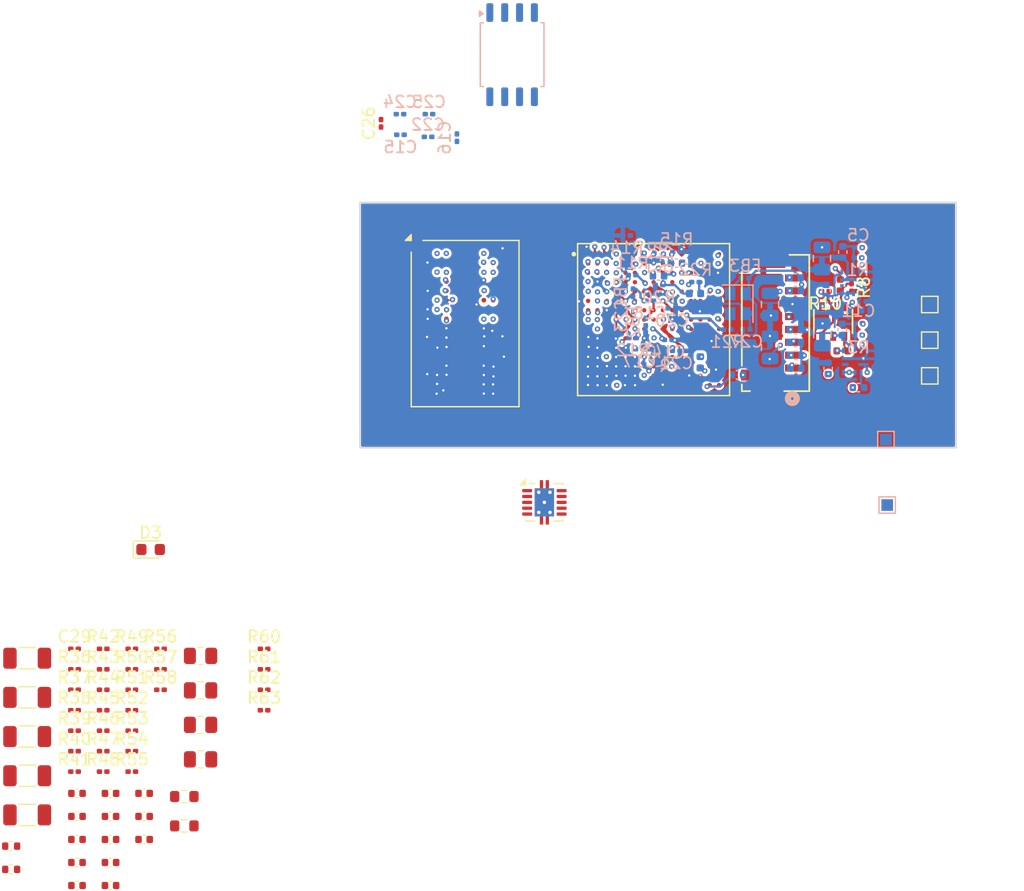
<source format=kicad_pcb>
(kicad_pcb (version 20240108) (generator "pcbnew") (generator_version "8.0")
  (layers (0 "F.Cu" signal) (1 "In1.Cu" signal) (2 "In2.Cu" signal) (3 "In3.Cu" signal) (4 "In4.Cu" signal) (31 "B.Cu" signal) (34 "B.Paste" user) (35 "F.Paste" user) (36 "B.SilkS" user "B.Silkscreen") (37 "F.SilkS" user "F.Silkscreen") (38 "B.Mask" user) (39 "F.Mask" user) (44 "Edge.Cuts" user))
  (net 0 "")
  (net 1 "GND")
  (net 2 "+3V3")
  (net 3 "SPI-D1")
  (net 4 "SPI-CLK")
  (net 5 "SPI-D2")
  (net 6 "SPI-D0")
  (net 7 "SPI-D3")
  (net 8 "SPI-CS")
  (net 9 "33.33Mhz")
  (net 10 "Net-(X1-Vcc)")
  (net 11 "+1V0")
  (net 12 "+1V8")
  (net 13 "GNDA")
  (net 14 "VCCQ")
  (net 15 "Net-(D1-K)")
  (net 16 "Net-(D2-K)")
  (net 17 "MIO7")
  (net 18 "Net-(U1-FB)")
  (net 19 "Net-(U2-FB)")
  (net 20 "Net-(TP2-Pin_1)")
  (net 21 "Net-(TP1-Pin_1)")
  (net 22 "~{RST}")
  (net 23 "Net-(U4-SENSE)")
  (net 24 "POR_B")
  (net 25 "Net-(U3A-INIT_B_0)")
  (net 26 "Net-(U3A-PROGRAM_B_0)")
  (net 27 "Net-(U3A-DONE_0)")
  (net 28 "Net-(U3D-PS_MIO8_500)")
  (net 29 "Net-(U3D-PS_CLK_500)")
  (net 43 "Net-(C1-Pad1)")
  (net 45 "DDR3_A0")
  (net 46 "Net-(R23-Pad2)")
  (net 51 "DDR3_A1")
  (net 54 "DDR3_A2")
  (net 56 "DDR3_A3")
  (net 59 "DDR3_A4")
  (net 60 "DDR3_A5")
  (net 61 "DDR3_A6")
  (net 62 "DDR3_A7")
  (net 65 "DDR3_A8")
  (net 66 "DDR3_A9")
  (net 67 "DDR3_A10")
  (net 70 "DDR3_A11")
  (net 71 "DDR3_A12")
  (net 72 "DDR3_A13")
  (net 73 "DDR3_A14")
  (net 76 "MIO32")
  (net 77 "DDR3_BA0")
  (net 79 "DDR3_BA1")
  (net 80 "DDR3_BA2")
  (net 81 "MIO33")
  (net 84 "DDR3_ODT")
  (net 85 "Net-(U3E-PS_DDR_VRN_502)")
  (net 86 "Net-(R60-Pad1)")
  (net 88 "Net-(U3E-PS_DDR_VRP_502)")
  (net 91 "Net-(R62-Pad1)")
  (net 103 "DDR3_DQ11")
  (net 104 "DDR3_DQ8")
  (net 112 "DDR3_DQS1_P")
  (net 114 "DDR3_DQ0")
  (net 126 "MIO29")
  (net 128 "DDR3_DQ4")
  (net 135 "MIO30")
  (net 136 "MIO31")
  (net 137 "MIO28")
  (net 141 "DDR3_DQS0_P")
  (net 143 "DDR3_DQS0_N")
  (net 144 "DDR3_DQ2")
  (net 145 "DDR3_DQ1")
  (net 146 "DDR3_DQ5")
  (net 147 "DDR3_DQ10")
  (net 148 "DDR3_CKE")
  (net 149 "DDR3_DQ15")
  (net 150 "DDR3_DQ14")
  (net 152 "DDR3_DQ7")
  (net 153 "DDR3_DQS1_N")
  (net 155 "DDR3_DQ3")
  (net 156 "DDR3_DQ12")
  (net 157 "DDR3_DQ9")
  (net 159 "DDR3_DQ6")
  (net 161 "DDR3_DQ13")
  (net 164 "DDR3_LDM")
  (net 165 "DDR3__UDM")
  (net 166 "~{DDR3__DRST}")
  (net 167 "~{DDR3_CS}")
  (net 168 "~{DDR3_WE}")
  (net 169 "~{DDR3_CAS}")
  (net 170 "~{DDR3_RAS}")
  (net 171 "DDR3_CK_N")
  (net 172 "DDR3_CK_P")
  (net 173 "DDR3_VTT_EN")
  (net 174 "Net-(U7-ZQ)")
  (net 175 "/RAM/PGOOD_LED")
  (net 176 "Net-(D3-K)")
  (net 177 "Net-(U8-REFOUT)")
  (net 178 "DDR3_VTT")
  (net 179 "DDR_VREF")
  (net 180 "+1V35")
  (footprint "Capacitor_SMD:C_0201_0603Metric" (layer "F.Cu") (at 129.980002 45.9873 180)
    (property "Reference" "R10")
    (property "Value" "20k")
  )
  (footprint "Resistor_SMD:R_0402_1005Metric" (layer "F.Cu") (at 60.345 95.43)
    (property "Reference" "R59" (hide yes))
    (property "Value" "2k" (hide yes))
  )
  (footprint "Resistor_SMD:R_0201_0603Metric" (layer "F.Cu") (at 68.215 80.07)
    (property "Reference" "R44")
    (property "Value" "40.2 1%")
  )
  (footprint "Resistor_SMD:R_0201_0603Metric" (layer "F.Cu") (at 70.665 85.32)
    (property "Reference" "R54")
    (property "Value" "40.2 1%")
  )
  (footprint "Capacitor_SMD:C_0402_1005Metric" (layer "F.Cu") (at 131.250002 45.4573 90)
    (property "Reference" "R9" (hide yes))
    (property "Value" "10k" (hide yes))
  )
  (footprint "Resistor_SMD:R_0201_0603Metric" (layer "F.Cu") (at 65.765 85.32)
    (property "Reference" "R40")
    (property "Value" "40.2 1%")
  )
  (footprint "Capacitor_SMD:C_0402_1005Metric" (layer "F.Cu") (at 65.975 94.84)
    (property "Reference" "C6" (hide yes))
    (property "Value" ".1uF" (hide yes))
  )
  (footprint "Resistor_SMD:R_0805_2012Metric" (layer "F.Cu") (at 76.545 83.07)
    (property "Reference" "R32" (hide yes))
    (property "Value" "10k" (hide yes))
  )
  (footprint "Capacitor_SMD:C_0402_1005Metric" (layer "F.Cu") (at 65.975 88.93)
    (property "Reference" "C2" (hide yes))
    (property "Value" ".1uF" (hide yes))
  )
  (footprint "TestPoint:TestPoint_Pad_1.0x1.0mm" (layer "F.Cu") (at 138.91 50.17)
    (property "Reference" "TP4" (hide yes))
    (property "Value" "TP" (hide yes))
  )
  (footprint "Capacitor_SMD:C_1206_3216Metric" (layer "F.Cu") (at 61.715 87.42)
    (property "Reference" "C40" (hide yes))
    (property "Value" ".47uF" (hide yes))
  )
  (footprint "Resistor_SMD:R_0201_0603Metric" (layer "F.Cu") (at 65.765 81.82)
    (property "Reference" "R38")
    (property "Value" "40.2 1%")
  )
  (footprint "Resistor_SMD:R_0201_0603Metric" (layer "F.Cu") (at 65.765 80.07)
    (property "Reference" "R37")
    (property "Value" "40.2 1%")
  )
  (footprint "Resistor_SMD:R_0201_0603Metric" (layer "F.Cu") (at 70.665 87.07)
    (property "Reference" "R55")
    (property "Value" "40.2 1%")
  )
  (footprint "Resistor_SMD:R_0201_0603Metric" (layer "F.Cu") (at 70.665 83.57)
    (property "Reference" "R53")
    (property "Value" "40.2 1%")
  )
  (footprint "Resistor_SMD:R_0201_0603Metric" (layer "F.Cu") (at 73.115 76.57)
    (property "Reference" "R56")
    (property "Value" "40.2 1%")
  )
  (footprint "Resistor_SMD:R_0805_2012Metric" (layer "F.Cu") (at 76.545 86.02)
    (property "Reference" "R35" (hide yes))
    (property "Value" "10k" (hide yes))
  )
  (footprint "Sync_VT extras:225-LFBGA" (layer "F.Cu") (at 115.29 48.41)
    (property "Reference" "U3" (hide yes))
    (property "Value" "XC7Z010-1CLG225I" (hide yes))
  )
  (footprint "Resistor_SMD:R_0201_0603Metric" (layer "F.Cu") (at 68.215 76.57)
    (property "Reference" "R42")
    (property "Value" "40.2 1%")
  )
  (footprint "Capacitor_SMD:C_0402_1005Metric" (layer "F.Cu") (at 131.430002 51.0873 180)
    (property "Reference" "R7" (hide yes))
    (property "Value" "10k" (hide yes))
  )
  (footprint "Resistor_SMD:R_0201_0603Metric" (layer "F.Cu") (at 73.115 80.07)
    (property "Reference" "R58")
    (property "Value" "40.2 1%")
  )
  (footprint "Resistor_SMD:R_0201_0603Metric" (layer "F.Cu") (at 68.215 85.32)
    (property "Reference" "R47")
    (property "Value" "40.2 1%")
  )
  (footprint "Capacitor_SMD:C_0402_1005Metric" (layer "F.Cu") (at 68.845 94.84)
    (property "Reference" "C32" (hide yes))
    (property "Value" "10uF" (hide yes))
  )
  (footprint "Package_SON:VSON-10-1EP_3x3mm_P0.5mm_EP1.65x2.4mm_ThermalVias" (layer "F.Cu") (at 105.95 64.04)
    (property "Reference" "U8" (hide yes))
    (property "Value" "TPS51200DRCR" (hide yes))
  )
  (footprint "Capacitor_SMD:C_0402_1005Metric" (layer "F.Cu") (at 71.715 90.9)
    (property "Reference" "C35" (hide yes))
    (property "Value" ".1uF" (hide yes))
  )
  (footprint "Capacitor_SMD:C_0402_1005Metric" (layer "F.Cu") (at 71.715 88.93)
    (property "Reference" "C34" (hide yes))
    (property "Value" ".01uF" (hide yes))
  )
  (footprint "Resistor_SMD:R_0603_1608Metric" (layer "F.Cu") (at 75.155 91.71)
    (property "Reference" "R34" (hide yes))
    (property "Value" "80.6 1%" (hide yes))
  )
  (footprint "Resistor_SMD:R_0201_0603Metric" (layer "F.Cu") (at 81.975 80.07)
    (property "Reference" "R62")
    (property "Value" "40.2 1%")
  )
  (footprint "Capacitor_SMD:C_0402_1005Metric" (layer "F.Cu") (at 68.845 96.81)
    (property "Reference" "C33" (hide yes))
    (property "Value" "10uF" (hide yes))
  )
  (footprint "Capacitor_SMD:C_1206_3216Metric" (layer "F.Cu") (at 61.715 80.72)
    (property "Reference" "C37" (hide yes))
    (property "Value" ".47uF" (hide yes))
  )
  (footprint "TestPoint:TestPoint_Pad_1.0x1.0mm" (layer "F.Cu") (at 138.91 53.22)
    (property "Reference" "TP5" (hide yes))
    (property "Value" "TP" (hide yes))
  )
  (footprint "Resistor_SMD:R_0201_0603Metric" (layer "F.Cu") (at 81.975 76.57)
    (property "Reference" "R60")
    (property "Value" "40.2 1%")
  )
  (footprint "Resistor_SMD:R_0201_0603Metric" (layer "F.Cu") (at 73.115 78.32)
    (property "Reference" "R57")
    (property "Value" "40.2 1%")
  )
  (footprint "Capacitor_SMD:C_0201_0603Metric" (layer "F.Cu") (at 91.98 31.62 90)
    (property "Reference" "C26")
    (property "Value" "470nF")
  )
  (footprint "Resistor_SMD:R_0603_1608Metric" (layer "F.Cu") (at 75.155 89.2)
    (property "Reference" "R31" (hide yes))
    (property "Value" "240" (hide yes))
  )
  (footprint "Capacitor_SMD:C_0402_1005Metric" (layer "F.Cu") (at 68.845 90.9)
    (property "Reference" "C30" (hide yes))
    (property "Value" ".01uF" (hide yes))
  )
  (footprint "Resistor_SMD:R_0201_0603Metric" (layer "F.Cu") (at 81.975 78.32)
    (property "Reference" "R61")
    (property "Value" "40.2 1%")
  )
  (footprint "Resistor_SMD:R_0402_1005Metric" (layer "F.Cu") (at 60.345 93.44)
    (property "Reference" "R33" (hide yes))
    (property "Value" "100k" (hide yes))
  )
  (footprint "Sync_VT extras:CONN12_47309-2651_MOL" (layer "F.Cu") (at 125.72 48.7 -90)
    (property "Reference" "U6" (hide yes))
    (property "Value" "0473092651" (hide yes))
  )
  (footprint "Capacitor_SMD:C_0402_1005Metric" (layer "F.Cu") (at 65.975 90.9)
    (property "Reference" "C3" (hide yes))
    (property "Value" ".1uF" (hide yes))
  )
  (footprint "Capacitor_SMD:C_1206_3216Metric" (layer "F.Cu") (at 61.715 84.07)
    (property "Reference" "C39" (hide yes))
    (property "Value" ".47uF" (hide yes))
  )
  (footprint "Resistor_SMD:R_0201_0603Metric" (layer "F.Cu") (at 65.765 78.32)
    (property "Reference" "R36")
    (property "Value" "40.2 1%")
  )
  (footprint "Capacitor_SMD:C_1206_3216Metric" (layer "F.Cu") (at 61.715 90.77)
    (property "Reference" "C41" (hide yes))
    (property "Value" ".47uF" (hide yes))
  )
  (footprint "Capacitor_SMD:C_0201_0603Metric" (layer "F.Cu") (at 65.765 76.57)
    (property "Reference" "C29")
    (property "Value" "4.7uF")
  )
  (footprint "Resistor_SMD:R_0201_0603Metric" (layer "F.Cu") (at 70.665 80.07)
    (property "Reference" "R51")
    (property "Value" "40.2 1%")
  )
  (footprint "Resistor_SMD:R_0201_0603Metric" (layer "F.Cu") (at 70.665 81.82)
    (property "Reference" "R52")
    (property "Value" "40.2 1%")
  )
  (footprint "Resistor_SMD:R_0201_0603Metric" (layer "F.Cu") (at 81.975 81.82)
    (property "Reference" "R63")
    (property "Value" "40.2 1%")
  )
  (footprint "Resistor_SMD:R_0201_0603Metric" (layer "F.Cu") (at 70.665 78.32)
    (property "Reference" "R50")
    (property "Value" "40.2 1%")
  )
  (footprint "Resistor_SMD:R_0201_0603Metric" (layer "F.Cu") (at 65.765 83.57)
    (property "Reference" "R39")
    (property "Value" "40.2 1%")
  )
  (footprint "Capacitor_SMD:C_0201_0603Metric" (layer "F.Cu") (at 132.220002 45.6623 -90)
    (property "Reference" "R8")
    (property "Value" "20k")
  )
  (footprint "Capacitor_SMD:C_0402_1005Metric" (layer "F.Cu") (at 71.715 92.87)
    (property "Reference" "C38" (hide yes))
    (property "Value" "10uF" (hide yes))
  )
  (footprint "TestPoint:TestPoint_Pad_1.0x1.0mm" (layer "F.Cu") (at 138.91 47.12)
    (property "Reference" "TP3" (hide yes))
    (property "Value" "TP" (hide yes))
  )
  (footprint "Resistor_SMD:R_0201_0603Metric" (layer "F.Cu") (at 68.215 81.82)
    (property "Reference" "R45")
    (property "Value" "40.2 1%")
  )
  (footprint "Capacitor_SMD:C_0402_1005Metric" (layer "F.Cu") (at 65.975 92.87)
    (property "Reference" "C4" (hide yes))
    (property "Value" ".1uF" (hide yes))
  )
  (footprint "Resistor_SMD:R_0201_0603Metric" (layer "F.Cu") (at 68.215 87.07)
    (property "Reference" "R48")
    (property "Value" "40.2 1%")
  )
  (footprint "Package_BGA:Micron_FBGA-96_9x14mm_Layout9x16_P0.8mm" (layer "F.Cu") (at 99.17 48.75)
    (property "Reference" "U7" (hide yes))
    (property "Value" "MT41K256M16TW-107:P" (hide yes))
  )
  (footprint "Capacitor_SMD:C_1206_3216Metric" (layer "F.Cu") (at 61.715 77.37)
    (property "Reference" "C36" (hide yes))
    (property "Value" "100uF" (hide yes))
  )
  (footprint "Resistor_SMD:R_0805_2012Metric" (layer "F.Cu") (at 76.545 77.17)
    (property "Reference" "R29" (hide yes))
    (property "Value" "10k" (hide yes))
  )
  (footprint "Resistor_SMD:R_0805_2012Metric" (layer "F.Cu") (at 76.545 80.12)
    (property "Reference" "R30" (hide yes))
    (property "Value" "10k" (hide yes))
  )
  (footprint "Resistor_SMD:R_0201_0603Metric" (layer "F.Cu") (at 65.765 87.07)
    (property "Reference" "R41")
    (property "Value" "40.2 1%")
  )
  (footprint "LED_SMD:LED_0603_1608Metric" (layer "F.Cu") (at 72.2725 68.07)
    (property "Reference" "D3")
    (property "Value" "BLUE LED")
  )
  (footprint "Capacitor_SMD:C_0402_1005Metric" (layer "F.Cu") (at 65.975 96.81)
    (property "Reference" "C7" (hide yes))
    (property "Value" "10uF" (hide yes))
  )
  (footprint "Capacitor_SMD:C_0402_1005Metric" (layer "F.Cu") (at 68.845 88.93)
    (property "Reference" "C28" (hide yes))
    (property "Value" "10uF" (hide yes))
  )
  (footprint "Sync_VT extras:DBV6-L" (layer "F.Cu") (at 130.650001 48.57365 90)
    (property "Reference" "U4" (hide yes))
    (property "Value" "TPS3106K33DBVR" (hide yes))
  )
  (footprint "Capacitor_SMD:C_0402_1005Metric" (layer "F.Cu") (at 68.845 92.87)
    (property "Reference" "C31" (hide yes))
    (property "Value" "10uF" (hide yes))
  )
  (footprint "Resistor_SMD:R_0201_0603Metric" (layer "F.Cu") (at 68.215 83.57)
    (property "Reference" "R46")
    (property "Value" "40.2 1%")
  )
  (footprint "Resistor_SMD:R_0201_0603Metric" (layer "F.Cu") (at 68.215 78.32)
    (property "Reference" "R43")
    (property "Value" "40.2 1%")
  )
  (footprint "Resistor_SMD:R_0201_0603Metric" (layer "F.Cu") (at 70.665 76.57)
    (property "Reference" "R49")
    (property "Value" "40.2 1%")
  )
  (footprint "Capacitor_SMD:C_0201_0603Metric" (layer "B.Cu") (at 132.815002 48.71 180)
    (property "Reference" "C11")
    (property "Value" "10pF")
  )
  (footprint "Capacitor_SMD:C_0402_1005Metric" (layer "B.Cu") (at 127.410002 50.36 180)
    (property "Reference" "R26" (hide yes))
    (property "Value" "10k" (hide yes))
  )
  (footprint "Capacitor_SMD:C_0201_0603Metric" (layer "B.Cu") (at 113.45 44.6 180)
    (property "Reference" "R11")
    (property "Value" "4k7")
  )
  (footprint "Capacitor_SMD:C_0805_2012Metric" (layer "B.Cu") (at 129.690002 43.179998 -90)
    (property "Reference" "C9" (hide yes))
    (property "Value" "47uF" (hide yes))
  )
  (footprint "Capacitor_SMD:C_0402_1005Metric" (layer "B.Cu") (at 132.810001 54.225001 180)
    (property "Reference" "R6" (hide yes))
    (property "Value" "10k" (hide yes))
  )
  (footprint "Capacitor_SMD:C_0201_0603Metric" (layer "B.Cu") (at 113.53 46.11 -90)
    (property "Reference" "FB1")
    (property "Value" "MPZ0603S121HT000")
  )
  (footprint "Capacitor_SMD:C_0201_0603Metric" (layer "B.Cu") (at 113.5 49.98)
    (property "Reference" "R12")
    (property "Value" "4k7")
  )
  (footprint "Capacitor_SMD:C_0201_0603Metric" (layer "B.Cu") (at 112.98 41.22)
    (property "Reference" "R14")
    (property "Value" "20k")
  )
  (footprint "Capacitor_SMD:C_0402_1005Metric" (layer "B.Cu") (at 115.71 44.68 180)
    (property "Reference" "R18" (hide yes))
    (property "Value" "10k" (hide yes))
  )
  (footprint "Capacitor_SMD:C_0402_1005Metric" (layer "B.Cu") (at 122.460002 53.14)
    (property "Reference" "R23" (hide yes))
    (property "Value" "10k" (hide yes))
  )
  (footprint "Capacitor_SMD:C_0201_0603Metric" (layer "B.Cu") (at 96.08 30.84 180)
    (property "Reference" "C25")
    (property "Value" "470nF")
  )
  (footprint "Capacitor_SMD:C_0201_0603Metric" (layer "B.Cu") (at 114.67 52.38 135)
    (property "Reference" "R13")
    (property "Value" "470")
  )
  (footprint "Capacitor_SMD:C_0402_1005Metric" (layer "B.Cu") (at 117.24 43.58 180)
    (property "Reference" "R19" (hide yes))
    (property "Value" "10k" (hide yes))
  )
  (footprint "Capacitor_SMD:C_0402_1005Metric" (layer "B.Cu") (at 127.420002 49.28)
    (property "Reference" "C1" (hide yes))
    (property "Value" "22uF" (hide yes))
  )
  (footprint "Package_SO:SOIC-8_5.23x5.23mm_P1.27mm" (layer "B.Cu") (at 103.19 25.75 -90)
    (property "Reference" "U5" (hide yes))
    (property "Value" "W25Q128JVS" (hide yes))
  )
  (footprint "Capacitor_SMD:C_0201_0603Metric" (layer "B.Cu") (at 132.800002 42.24 180)
    (property "Reference" "C5")
    (property "Value" "10pF")
  )
  (footprint "LED_SMD:LED_0402_1005Metric" (layer "B.Cu") (at 118.83 46.18 180)
    (property "Reference" "D2" (hide yes))
    (property "Value" "SML-P11UTT86" (hide yes))
  )
  (footprint "Capacitor_SMD:C_0201_0603Metric" (layer "B.Cu") (at 114.37 43.05 90)
    (property "Reference" "R17")
    (property "Value" "20k")
  )
  (footprint "Capacitor_SMD:C_0402_1005Metric" (layer "B.Cu") (at 127.410002 45.93 180)
    (property "Reference" "R27" (hide yes))
    (property "Value" "10k" (hide yes))
  )
  (footprint "Capacitor_SMD:C_0402_1005Metric" (layer "B.Cu") (at 127.460002 51.47 180)
    (property "Reference" "R25" (hide yes))
    (property "Value" "10k" (hide yes))
  )
  (footprint "Capacitor_SMD:C_0805_2012Metric" (layer "B.Cu") (at 125.250002 47.11 -90)
    (property "Reference" "C19" (hide yes))
    (property "Value" "47uF" (hide yes))
  )
  (footprint "Capacitor_SMD:C_0201_0603Metric" (layer "B.Cu") (at 132.770002 43.12)
    (property "Reference" "R1")
    (property "Value" "20k")
  )
  (footprint "Capacitor_SMD:C_0805_2012Metric" (layer "B.Cu") (at 129.72 49.69 -90)
    (property "Reference" "C12" (hide yes))
    (property "Value" "47uF" (hide yes))
  )
  (footprint "Capacitor_SMD:C_0201_0603Metric" (layer "B.Cu") (at 98.47 32.85 -90)
    (property "Reference" "C16")
    (property "Value" "4.7uF")
  )
  (footprint "Sync_VT extras:ECLGA-14_MPM3834C_MNP" (layer "B.Cu") (at 132.530001 52)
    (property "Reference" "U2" (hide yes))
    (property "Value" "MPM3834CGPA-Z" (hide yes))
  )
  (footprint "Oscillator:Oscillator_SMD_SeikoEpson_SG210-4Pin_2.5x2.0mm" (layer "B.Cu") (at 122.490002 47.05 -90)
    (property "Reference" "X1" (hide yes))
    (property "Value" "SIT8008BI-73-XXS-33.333333" (hide yes))
  )
  (footprint "Capacitor_SMD:C_0402_1005Metric" (layer "B.Cu") (at 127.460002 52.57 180)
    (property "Reference" "R24" (hide yes))
    (property "Value" "10k" (hide yes))
  )
  (footprint "Capacitor_SMD:C_0201_0603Metric" (layer "B.Cu") (at 114.07 50.94)
    (property "Reference" "C17")
    (property "Value" "470nF")
  )
  (footprint "Capacitor_SMD:C_0201_0603Metric" (layer "B.Cu") (at 117.25 42.6 180)
    (property "Reference" "R15")
    (property "Value" "20k")
  )
  (footprint "TestPoint:TestPoint_Pad_1.0x1.0mm" (layer "B.Cu") (at 135.160002 58.669998 90)
    (property "Reference" "TP2" (hide yes))
    (property "Value" "TP" (hide yes))
  )
  (footprint "Capacitor_SMD:C_0805_2012Metric" (layer "B.Cu") (at 125.250002 50.79 90)
    (property "Reference" "C13" (hide yes))
    (property "Value" "47uF" (hide yes))
  )
  (footprint "Capacitor_SMD:C_0201_0603Metric" (layer "B.Cu") (at 118.87 45.2 180)
    (property "Reference" "R22")
    (property "Value" "470")
  )
  (footprint "Capacitor_SMD:C_0201_0603Metric" (layer "B.Cu") (at 115.75 45.45)
    (property "Reference" "R20")
    (property "Value" "20k")
  )
  (footprint "Capacitor_SMD:C_0201_0603Metric" (layer "B.Cu") (at 114.97 46.8)
    (property "Reference" "C18")
    (property "Value" "470nF")
  )
  (footprint "Capacitor_SMD:C_0201_0603Metric" (layer "B.Cu") (at 93.6 30.84 180)
    (property "Reference" "C24")
    (property "Value" "4.7uF")
  )
  (footprint "Capacitor_SMD:C_0402_1005Metric" (layer "B.Cu") (at 130.220002 52.59 90)
    (property "Reference" "C8" (hide yes))
    (property "Value" "22uF" (hide yes))
  )
  (footprint "Capacitor_SMD:C_0201_0603Metric" (layer "B.Cu") (at 114.62 48.61 -90)
    (property "Reference" "FB2")
    (property "Value" "MPZ0603S121HT000")
  )
  (footprint "Capacitor_SMD:C_0201_0603Metric" (layer "B.Cu") (at 96 32.78 180)
    (property "Reference" "C22")
    (property "Value" "470nF")
  )
  (footprint "TestPoint:TestPoint_Pad_1.0x1.0mm" (layer "B.Cu") (at 135.27 64.27 90)
    (property "Reference" "TP1" (hide yes))
    (property "Value" "TP" (hide yes))
  )
  (footprint "Capacitor_SMD:C_0402_1005Metric" (layer "B.Cu") (at 132.560002 47.59 180)
    (property "Reference" "R4" (hide yes))
    (property "Value" "10k" (hide yes))
  )
  (footprint "Capacitor_SMD:C_0402_1005Metric" (layer "B.Cu") (at 127.400002 44.84 180)
    (property "Reference" "R28" (hide yes))
    (property "Value" "10k" (hide yes))
  )
  (footprint "Capacitor_SMD:C_0402_1005Metric" (layer "B.Cu") (at 131.470002 42.63 90)
    (property "Reference" "R2" (hide yes))
    (property "Value" "30k" (hide yes))
  )
  (footprint "Capacitor_SMD:C_0201_0603Metric" (layer "B.Cu") (at 93.64 32.6)
    (property "Reference" "C15")
    (property "Value" "470nF")
  )
  (footprint "Capacitor_SMD:C_0201_0603Metric" (layer "B.Cu") (at 123.115002 44.85 180)
    (property "Reference" "FB3")
    (property "Value" "MPZ0603S121HT000")
  )
  (footprint "Capacitor_SMD:C_0201_0603Metric" (layer "B.Cu") (at 132.815001 49.735001)
    (property "Reference" "R3")
    (property "Value" "20k")
  )
  (footprint "Capacitor_SMD:C_0201_0603Metric" (layer "B.Cu") (at 116.85 47.44)
    (property "Reference" "C20")
    (property "Value" "4.7uF")
  )
  (footprint "Capacitor_SMD:C_0201_0603Metric" (layer "B.Cu") (at 121.6 49.26)
    (property "Reference" "R21")
    (property "Value" "33")
  )
  (footprint "LED_SMD:LED_0402_1005Metric" (layer "B.Cu") (at 119.28 52.065 90)
    (property "Reference" "D1" (hide yes))
    (property "Value" "SML-P11UTT86" (hide yes))
  )
  (footprint "Capacitor_SMD:C_0201_0603Metric" (layer "B.Cu") (at 116.54 50.14)
    (property "Reference" "C14")
    (property "Value" "4.7uF")
  )
  (footprint "Capacitor_SMD:C_0201_0603Metric" (layer "B.Cu") (at 113.56 48.06 -90)
    (property "Reference" "C23")
    (property "Value" "470nF")
  )
  (footprint "Capacitor_SMD:C_0201_0603Metric" (layer "B.Cu") (at 123.210002 49.24)
    (property "Reference" "C27")
    (property "Value" "470nF")
  )
  (footprint "Capacitor_SMD:C_0201_0603Metric" (layer "B.Cu") (at 115.35 43.04 90)
    (property "Reference" "R16")
    (property "Value" "20k")
  )
  (footprint "Capacitor_SMD:C_0402_1005Metric" (layer "B.Cu") (at 130.040002 45.92 90)
    (property "Reference" "C10" (hide yes))
    (property "Value" "22uF" (hide yes))
  )
  (footprint "Capacitor_SMD:C_0201_0603Metric" (layer "B.Cu") (at 117.22 51.08)
    (property "Reference" "C21")
    (property "Value" "4.7uF")
  )
  (footprint "Sync_VT extras:ECLGA-14_MPM3834C_MNP" (layer "B.Cu") (at 132.390003 45.254999)
    (property "Reference" "U1" (hide yes))
    (property "Value" "MPM3834CGPA-Z" (hide yes))
  )
  (footprint "Capacitor_SMD:C_0402_1005Metric" (layer "B.Cu") (at 131.420002 49.26 90)
    (property "Reference" "R5" (hide yes))
    (property "Value" "10k" (hide yes))
  )
  (gr_rect (start 90.17 38.38) (end 141.17 59.38) (stroke (width 0.1)) (fill none) (layer "Edge.Cuts"))
  (segment (start 101.57 49.15) (end 101.57 49.288456) (width 0.2) (layer "F.Cu") (net 1))
  (segment (start 101.57 49.288456) (end 101.493456 49.365) (width 0.2) (layer "F.Cu") (net 1))
  (segment (start 102.37 47.55) (end 102.385018 47.534982) (width 0.2) (layer "F.Cu") (net 1))
  (segment (start 95.97 47.54) (end 95.96 47.53) (width 0.2) (layer "F.Cu") (net 1))
  (segment (start 110.49 45.21) (end 110.49 45.16) (width 0.2) (layer "F.Cu") (net 1))
  (segment (start 119.29 47.66) (end 119.248461 47.701539) (width 0.2) (layer "F.Cu") (net 1))
  (segment (start 112.89 44.41) (end 112.89 44.266763) (width 0.2) (layer "F.Cu") (net 1))
  (segment (start 102.37 54.750001) (end 102.394501 54.7255) (width 0.2) (layer "F.Cu") (net 1))
  (segment (start 117.69 42.81) (end 117.69 42.403036) (width 0.2) (layer "F.Cu") (net 1))
  (segment (start 95.97 47.55) (end 95.97 47.54) (width 0.2) (layer "F.Cu") (net 1))
  (segment (start 102.458279 51.55) (end 102.488279 51.58) (width 0.2) (layer "F.Cu") (net 1))
  (segment (start 114.49 46.01) (end 114.72 46.01) (width 0.2) (layer "F.Cu") (net 1))
  (segment (start 112.89 44.266763) (end 112.749443 44.126206) (width 0.2) (layer "F.Cu") (net 1))
  (segment (start 120.89 52.41) (end 120.624134 52.675866) (width 0.2) (layer "F.Cu") (net 1))
  (segment (start 120.624134 52.675866) (end 120.624134 52.688902) (width 0.2) (layer "F.Cu") (net 1))
  (segment (start 101.570001 45.95) (end 101.642712 45.95) (width 0.2) (layer "F.Cu") (net 1))
  (segment (start 95.97 43.55) (end 95.95 43.53) (width 0.2) (layer "F.Cu") (net 1))
  (segment (start 110.49 53.21) (end 110.48077 53.21923) (width 0.2) (layer "F.Cu") (net 1))
  (segment (start 95.97 53.109004) (end 95.93 53.069004) (width 0.2) (layer "F.Cu") (net 1))
  (segment (start 102.37 51.55) (end 102.458279 51.55) (width 0.2) (layer "F.Cu") (net 1))
  (segment (start 102.37 42.749984) (end 102.37 42.315) (width 0.2) (layer "F.Cu") (net 1))
  (segment (start 95.97 53.15) (end 95.97 53.109004) (width 0.2) (layer "F.Cu") (net 1))
  (segment (start 112.89 47.61) (end 113.69 48.41) (width 0.2) (layer "F.Cu") (net 1))
  (segment (start 118.49 45.21) (end 118.29 45.41) (width 0.2) (layer "F.Cu") (net 1))
  (segment (start 118.29 45.41) (end 118.29 45.413714) (width 0.2) (layer "F.Cu") (net 1))
  (segment (start 109.69 42.308217) (end 109.556783 42.175) (width 0.2) (layer "F.Cu") (net 1))
  (segment (start 109.69 42.81) (end 109.69 42.308217) (width 0.2) (layer "F.Cu") (net 1))
  (segment (start 117.69 42.403036) (end 117.679928 42.392964) (width 0.2) (layer "F.Cu") (net 1))
  (segment (start 102.394501 54.7255) (end 102.41 54.7255) (width 0.2) (layer "F.Cu") (net 1))
  (segment (start 102.37 53.15) (end 102.37 53.16) (width 0.2) (layer "F.Cu") (net 1))
  (segment (start 120.07 49.99) (end 120.246769 50.166769) (width 0.2) (layer "F.Cu") (net 1))
  (segment (start 110.48077 53.21923) (end 110.48077 53.26) (width 0.2) (layer "F.Cu") (net 1))
  (segment (start 111.230608 47.61) (end 111.28 47.61) (width 0.2) (layer "F.Cu") (net 1))
  (segment (start 95.97 54.75) (end 95.98 54.75) (width 0.2) (layer "F.Cu") (net 1))
  (segment (start 118.47 53.19) (end 118.34 53.19) (width 0.2) (layer "F.Cu") (net 1))
  (segment (start 120.246769 50.166769) (end 120.246769 50.243304) (width 0.2) (layer "F.Cu") (net 1))
  (via (at 110.48077 53.26) (size 0.45) (drill 0.2) (layers "F.Cu" "B.Cu") (net 1))
  (via (at 95.96 47.53) (size 0.45) (drill 0.2) (layers "F.Cu" "B.Cu") (net 1))
  (via (at 120.8 44.41) (size 0.45) (drill 0.2) (layers "F.Cu" "B.Cu") (net 1))
  (via (at 95.95 43.53) (size 0.45) (drill 0.2) (layers "F.Cu" "B.Cu") (net 1))
  (via (at 115.3 43.54) (size 0.45) (drill 0.2) (layers "F.Cu" "B.Cu") (net 1))
  (via (at 117.679928 42.392964) (size 0.45) (drill 0.2) (layers "F.Cu" "B.Cu") (net 1))
  (via (at 112.89 52.4) (size 0.45) (drill 0.2) (layers "F.Cu" "B.Cu") (net 1))
  (via (at 114.72 46.01) (size 0.45) (drill 0.2) (layers "F.Cu" "B.Cu") (net 1))
  (via (at 116.9 46.82) (size 0.45) (drill 0.2) (layers "F.Cu" "B.Cu") (net 1))
  (via (at 112.749443 44.126206) (size 0.45) (drill 0.2) (layers "F.Cu" "B.Cu") (net 1))
  (via (at 95.97 45.95) (size 0.45) (drill 0.2) (layers "F.Cu" "B.Cu") (net 1))
  (via (at 112.06 50.03) (size 0.45) (drill 0.2) (layers "F.Cu" "B.Cu") (net 1))
  (via (at 120.624134 52.688902) (size 0.45) (drill 0.2) (layers "F.Cu" "B.Cu") (net 1))
  (via (at 128.42 49.27) (size 0.45) (drill 0.2) (layers "F.Cu" "B.Cu") (net 1))
  (via (at 125.33 48.06) (size 0.45) (drill 0.2) (layers "F.Cu" "B.Cu") (net 1))
  (via (at 133.43 44.31) (size 0.45) (drill 0.2) (layers "F.Cu" "B.Cu") (net 1))
  (via (at 130.8 49.77) (size 0.45) (drill 0.2) (layers "F.Cu" "B.Cu") (net 1))
  (via (at 112.92 50.81) (size 0.45) (drill 0.2) (layers "F.Cu" "B.Cu") (net 1))
  (via (at 109.556783 42.175) (size 0.45) (drill 0.2) (layers "F.Cu" "B.Cu") (net 1))
  (via (at 95.93 53.069004) (size 0.45) (drill 0.2) (layers "F.Cu" "B.Cu") (net 1))
  (via (at 110.49 45.16) (size 0.45) (drill 0.2) (layers "F.Cu" "B.Cu") (net 1))
  (via (at 112.88 46) (size 0.45) (drill 0.2) (layers "F.Cu" "B.Cu") (net 1))
  (via (at 133.230002 51.724998) (size 0.45) (drill 0.2) (layers "F.Cu" "B.Cu") (net 1))
  (via (at 102.37 42.315) (size 0.45) (drill 0.2) (layers "F.Cu" "B.Cu") (net 1))
  (via (at 101.493456 49.365) (size 0.45) (drill 0.2) (layers "F.Cu" "B.Cu") (net 1))
  (via (at 114.499999 50.002191) (size 0.45) (drill 0.2) (layers "F.Cu" "B.Cu") (net 1))
  (via (at 117.1 50.171781) (size 0.45) (drill 0.2) (layers "F.Cu" "B.Cu") (net 1))
  (via (at 111.28 47.61) (size 0.45) (drill 0.2) (layers "F.Cu" "B.Cu") (net 1))
  (via (at 127.17 47.08) (size 0.45) (drill 0.2) (layers "F.Cu" "B.Cu") (net 1))
  (via (at 117.66 50.8) (size 0.45) (drill 0.2) (layers "F.Cu" "B.Cu") (net 1))
  (via (at 116.08 46.04) (size 0.45) (drill 0.2) (layers "F.Cu" "B.Cu") (net 1))
  (via (at 113.69 48.41) (size 0.45) (drill 0.2) (layers "F.Cu" "B.Cu") (net 1))
  (via (at 119.248461 47.701539) (size 0.45) (drill 0.2) (layers "F.Cu" "B.Cu") (net 1))
  (via (at 109.741781 50.74) (size 0.45) (drill 0.2) (layers "F.Cu" "B.Cu") (net 1))
  (via (at 118.29 45.413714) (size 0.45) (drill 0.2) (layers "F.Cu" "B.Cu") (net 1))
  (via (at 125.24 49.81) (size 0.45) (drill 0.2) (layers "F.Cu" "B.Cu") (net 1))
  (via (at 132.749189 44.954688) (size 0.45) (drill 0.2) (layers "F.Cu" "B.Cu") (net 1))
  (via (at 118.34 53.19) (size 0.45) (drill 0.2) (layers "F.Cu" "B.Cu") (net 1))
  (via (at 116.89 48.38) (size 0.45) (drill 0.2) (layers "F.Cu" "B.Cu") (net 1))
  (via (at 116.07 53.98) (size 0.45) (drill 0.2) (layers "F.Cu" "B.Cu") (net 1))
  (via (at 102.488279 51.58) (size 0.45) (drill 0.2) (layers "F.Cu" "B.Cu") (net 1))
  (via (at 120.246769 50.243304) (size 0.45) (drill 0.2) (layers "F.Cu" "B.Cu") (net 1))
  (via (at 115.28 51.6) (size 0.45) (drill 0.2) (layers "F.Cu" "B.Cu") (net 1))
  (segment (start 132.335001 45.004999) (end 132.698878 45.004999) (width 0.2) (layer "B.Cu") (net 1))
  (segment (start 133.530002 51.075001) (end 133.530002 51.424998) (width 0.2) (layer "B.Cu") (net 1))
  (segment (start 131.890004 44.804997) (end 131.690002 45.004999) (width 0.2) (layer "B.Cu") (net 1))
  (segment (start 128.41 49.28) (end 127.900002 49.28) (width 0.2) (layer "B.Cu") (net 1))
  (segment (start 133.530002 51.424998) (end 133.230002 51.724998) (width 0.2) (layer "B.Cu") (net 1))
  (segment (start 123.530002 48.29) (end 123.530002 49.24) (width 0.2) (layer "B.Cu") (net 1))
  (segment (start 114.499999 50.002191) (end 114.499999 49.109999) (width 0.2) (layer "B.Cu") (net 1))
  (segment (start 131.83 51.75) (end 133.230002 51.75) (width 0.2) (layer "B.Cu") (net 1))
  (segment (start 133.41 44.33) (end 133.43 44.31) (width 0.2) (layer "B.Cu") (net 1))
  (segment (start 132.335001 45.004999) (end 133.090004 45.004999) (width 0.2) (layer "B.Cu") (net 1))
  (segment (start 132.030002 50.630001) (end 131.980001 50.58) (width 0.2) (layer "B.Cu") (net 1))
  (segment (start 131.890004 43.530002) (end 131.470002 43.11) (width 0.2) (layer "B.Cu") (net 1))
  (segment (start 114.38 50.82) (end 114.38 50.31) (width 0.2) (layer "B.Cu") (net 1))
  (segment (start 123.140002 47.9) (end 123.530002 48.29) (width 0.2) (layer "B.Cu") (net 1))
  (segment (start 122.590002 47.05) (end 119.9 47.05) (width 0.2) (layer "B.Cu") (net 1))
  (segment (start 132.325003 45.004999) (end 132.330002 45) (width 0.2) (layer "B.Cu") (net 1))
  (segment (start 119.9 47.05) (end 119.248461 47.701539) (width 0.2) (layer "B.Cu") (net 1))
  (segment (start 131.890004 44.33) (end 131.890004 43.530002) (width 0.2) (layer "B.Cu") (net 1))
  (segment (start 125.250002 49.820002) (end 125.24 49.81) (width 0.2) (layer "B.Cu") (net 1))
  (segment (start 131.980001 50.58) (end 131.170001 49.77) (width 0.2) (layer "B.Cu") (net 1))
  (segment (start 132.330002 45) (end 132.335001 45.004999) (width 0.2) (layer "B.Cu") (net 1))
  (segment (start 115.3 43.54) (end 114.51 43.54) (width 0.2) (layer "B.Cu") (net 1))
  (segment (start 131.690002 45.004999) (end 132.325003 45.004999) (width 0.2) (layer "B.Cu") (net 1))
  (segment (start 131.890004 44.33) (end 131.890004 44.804997) (width 0.2) (layer "B.Cu") (net 1))
  (segment (start 125.783148 48.06) (end 125.33 48.06) (width 0.2) (layer "B.Cu") (net 1))
  (segment (start 114.38 50.31) (end 114.7 49.99) (width 0.2) (layer "B.Cu") (net 1))
  (segment (start 123.140002 47.6) (end 122.590002 47.05) (width 0.2) (layer "B.Cu") (net 1))
  (segment (start 132.030002 51.075001) (end 132.030002 50.630001) (width 0.2) (layer "B.Cu") (net 1))
  (segment (start 131.170001 49.77) (end 130.8 49.77) (width 0.2) (layer "B.Cu") (net 1))
  (segment (start 132.698878 45.004999) (end 132.749189 44.954688) (width 0.2) (layer "B.Cu") (net 1))
  (segment (start 128.42 49.27) (end 128.41 49.28) (width 0.2) (layer "B.Cu") (net 1))
  (segment (start 125.250002 49.84) (end 125.250002 49.820002) (width 0.2) (layer "B.Cu") (net 1))
  (segment (start 113.69 42.332709) (end 114.14 41.882709) (width 0.2) (layer "F.Cu") (net 2))
  (segment (start 113.69 42.81) (end 113.69 42.332709) (width 0.2) (layer "F.Cu") (net 2))
  (segment (start 113.69 46.875961) (end 113.645961 46.92) (width 0.2) (layer "F.Cu") (net 2))
  (segment (start 112.09 49.21) (end 112.09 48.41) (width 0.2) (layer "F.Cu") (net 2))
  (segment (start 120.89 48.41) (end 120.80633 48.32633) (width 0.2) (layer "F.Cu") (net 2))
  (segment (start 116.904289 44.41) (end 117.00843 44.514141) (width 0.2) (layer "F.Cu") (net 2))
  (segment (start 120.80633 48.32633) (end 120.783634 48.32633) (width 0.2) (layer "F.Cu") (net 2))
  (segment (start 118.413113 49.21) (end 118.274894 49.071781) (width 0.2) (layer "F.Cu") (net 2))
  (segment (start 119.31 51.59) (end 119.39 51.59) (width 0.2) (layer "F.Cu") (net 2))
  (segment (start 112.09 47.61) (end 112.09 48.41) (width 0.2) (layer "F.Cu") (net 2))
  (segment (start 119.983023 54.01) (end 120.09 54.01) (width 0.2) (layer "F.Cu") (net 2))
  (segment (start 119.863307 54.129716) (end 119.983023 54.01) (width 0.2) (layer "F.Cu") (net 2))
  (via (at 114.49 53.17) (size 0.45) (drill 0.2) (layers "F.Cu" "B.Cu") (net 2))
  (via (at 119.863307 54.129716) (size 0.45) (drill 0.2) (layers "F.Cu" "B.Cu") (net 2))
  (via (at 117.74426 43.66078) (size 0.45) (drill 0.2) (layers "F.Cu" "B.Cu") (net 2))
  (via (at 129.74 47.26) (size 0.45) (drill 0.2) (layers "F.Cu" "B.Cu") (net 2))
  (via (at 130.240002 53.05) (size 0.45) (drill 0.2) (layers "F.Cu" "B.Cu") (net 2))
  (via (at 128.176202 51.47) (size 0.45) (drill 0.2) (layers "F.Cu" "B.Cu") (net 2))
  (via (at 131.827073 46.517916) (size 0.45) (drill 0.2) (layers "F.Cu" "B.Cu") (net 2))
  (via (at 117.00843 44.514141) (size 0.45) (drill 0.2) (layers "F.Cu" "B.Cu") (net 2))
  (via (at 112.09 48.41) (size 0.45) (drill 0.2) (layers "F.Cu" "B.Cu") (net 2))
  (via (at 120.138193 45.905) (size 0.45) (drill 0.2) (layers "F.Cu" "B.Cu") (net 2))
  (via (at 131 51.06) (size 0.45) (drill 0.2) (layers "F.Cu" "B.Cu") (net 2))
  (via (at 119.34 43.58) (size 0.45) (drill 0.2) (layers "F.Cu" "B.Cu") (net 2))
  (via (at 132.330001 54.225001) (size 0.45) (drill 0.2) (layers "F.Cu" "B.Cu") (net 2))
  (via (at 113.645961 46.92) (size 0.45) (drill 0.2) (layers "F.Cu" "B.Cu") (net 2))
  (via (at 115.329999 49.97569) (size 0.45) (drill 0.2) (layers "F.Cu" "B.Cu") (net 2))
  (via (at 119.39 51.59) (size 0.45) (drill 0.2) (layers "F.Cu" "B.Cu") (net 2))
  (via (at 129.6074 46.053558) (size 0.45) (drill 0.2) (layers "F.Cu" "B.Cu") (net 2))
  (via (at 114.14 41.882709) (size 0.45) (drill 0.2) (layers "F.Cu" "B.Cu") (net 2))
  (via (at 120.783634 48.32633) (size 0.45) (drill 0.2) (layers "F.Cu" "B.Cu") (net 2))
  (via (at 127.950002 45.42) (size 0.45) (drill 0.2) (layers "F.Cu" "B.Cu") (net 2))
  (via (at 118.274894 49.071781) (size 0.45) (drill 0.2) (layers "F.Cu" "B.Cu") (net 2))
  (via (at 116.84 52.42) (size 0.45) (drill 0.2) (layers "F.Cu" "B.Cu") (net 2))
  (via (at 114.573909 45.303909) (size 0.45) (drill 0.2) (layers "F.Cu" "B.Cu") (net 2))
  (via (at 117.74 46.84) (size 0.45) (drill 0.2) (layers "F.Cu" "B.Cu") (net 2))
  (via (at 132.02 52.924999) (size 0.45) (drill 0.2) (layers "F.Cu" "B.Cu") (net 2))
  (via (at 130.768463 46.51859) (size 0.45) (drill 0.2) (layers "F.Cu" "B.Cu") (net 2))
  (via (at 132.29 46.93) (size 0.45) (drill 0.2) (layers "F.Cu" "B.Cu") (net 2))
  (segment (start 123.86 49.74) (end 124.060002 49.539998) (width 0.2) (layer "B.Cu") (net 2))
  (segment (start 113.23 49.55) (end 113.23 50.02) (width 0.2) (layer "B.Cu") (net 2))
  (segment (start 131.170001 44.579999) (end 130.940002 44.579999) (width 0.2) (layer "B.Cu") (net 2))
  (segment (start 112.09 48.41) (end 113.23 49.55) (width 0.2) (layer "B.Cu") (net 2))
  (segment (start 119.863307 54.129716) (end 120.990286 54.129716) (width 0.2) (layer "B.Cu") (net 2))
  (segment (start 127.940002 51.7062) (end 128.176202 51.47) (width 0.2) (layer "B.Cu") (net 2))
  (segment (start 124.060002 49.539998) (end 124.060002 47.12) (width 0.2) (layer "B.Cu") (net 2))
  (segment (start 124.055002 44.23) (end 127.270002 44.23) (width 0.2) (layer "B.Cu") (net 2))
  (segment (start 131.390002 44.359998) (end 131.170001 44.579999) (width 0.2) (layer "B.Cu") (net 2))
  (segment (start 120.990286 54.129716) (end 121.980002 53.14) (width 0.2) (layer "B.Cu") (net 2))
  (segment (start 130.040002 46.4) (end 130.649873 46.4) (width 0.2) (layer "B.Cu") (net 2))
  (segment (start 122.890002 49.439999) (end 123.190003 49.74) (width 0.2) (layer "B.Cu") (net 2))
  (segment (start 113.858397 44.588397) (end 114.573909 45.303909) (width 0.2) (layer "B.Cu") (net 2))
  (segment (start 130.040002 46.4) (end 130.040002 46.959998) (width 0.2) (layer "B.Cu") (net 2))
  (segment (start 130.768463 44.751538) (end 130.768463 46.51859) (width 0.2) (layer "B.Cu") (net 2))
  (segment (start 127.940002 52.57) (end 127.940002 51.7062) (width 0.2) (layer "B.Cu") (net 2))
  (segment (start 127.880002 44.84) (end 127.880002 45.35) (width 0.2) (layer "B.Cu") (net 2))
  (segment (start 132.530001 52.924999) (end 132.02 52.924999) (width 0.2) (layer "B.Cu") (net 2))
  (segment (start 131.015001 51.075001) (end 131 51.06) (width 0.2) (layer "B.Cu") (net 2))
  (segment (start 122.890002 49.24) (end 122.890002 49.439999) (width 0.2) (layer "B.Cu") (net 2))
  (segment (start 131.53 51.075001) (end 131.015001 51.075001) (width 0.2) (layer "B.Cu") (net 2))
  (segment (start 127.890002 50.36) (end 127.890002 51.1838) (width 0.2) (layer "B.Cu") (net 2))
  (segment (start 116.972571 44.55) (end 117.00843 44.514141) (width 0.2) (layer "B.Cu") (net 2))
  (segment (start 131.390002 46.179998) (end 132.390003 46.179998) (width 0.2) (layer "B.Cu") (net 2))
  (segment (start 132.02 52.924999) (end 131.53 52.924999) (width 0.2) (layer "B.Cu") (net 2))
  (segment (start 127.890002 51.1838) (end 128.176202 51.47) (width 0.2) (layer "B.Cu") (net 2))
  (segment (start 132.080002 47.139998) (end 132.29 46.93) (width 0.2) (layer "B.Cu") (net 2))
  (segment (start 132.080002 47.59) (end 132.080002 47.139998) (width 0.2) (layer "B.Cu") (net 2))
  (segment (start 130.649873 46.4) (end 130.768463 46.51859) (width 0.2) (layer "B.Cu") (net 2))
  (segment (start 127.270002 44.23) (end 127.880002 44.84) (width 0.2) (layer "B.Cu") (net 2))
  (segment (start 130.040002 46.959998) (end 129.74 47.26) (width 0.2) (layer "B.Cu") (net 2))
  (segment (start 131.890004 46.454985) (end 131.827073 46.517916) (width 0.2) (layer "B.Cu") (net 2))
  (segment (start 123.435002 45.905) (end 123.435002 44.85) (width 0.2) (layer "B.Cu") (net 2))
  (segment (start 130.940002 44.579999) (end 130.768463 44.751538) (width 0.2) (layer "B.Cu") (net 2))
  (segment (start 131.107055 46.179998) (end 130.768463 46.51859) (width 0.2) (layer "B.Cu") (net 2))
  (segment (start 123.190003 49.74) (end 123.86 49.74) (width 0.2) (layer "B.Cu") (net 2))
  (segment (start 123.435002 44.85) (end 124.055002 44.23) (width 0.2) (layer "B.Cu") (net 2))
  (segment (start 127.880002 45.35) (end 127.950002 45.42) (width 0.2) (layer "B.Cu") (net 2))
  (segment (start 131.390002 46.179998) (end 131.107055 46.179998) (width 0.2) (layer "B.Cu") (net 2))
  (segment (start 127.890002 45.93) (end 127.890002 45.48) (width 0.2) (layer "B.Cu") (net 2))
  (segment (start 129.953842 46.4) (end 129.6074 46.053558) (width 0.2) (layer "B.Cu") (net 2))
  (segment (start 131.890004 46.179998) (end 131.890004 46.454985) (width 0.2) (layer "B.Cu") (net 2))
  (segment (start 127.890002 45.48) (end 127.950002 45.42) (width 0.2) (layer "B.Cu") (net 2))
  (segment (start 116.3 44.55) (end 116.972571 44.55) (width 0.2) (layer "B.Cu") (net 2))
  (segment (start 123.140002 46.2) (end 123.51826 45.821742) (width 0.2) (layer "B.Cu") (net 2))
  (segment (start 124.060002 47.12) (end 123.140002 46.2) (width 0.2) (layer "B.Cu") (net 2))
  (via (at 114.49 42.720602) (size 0.45) (drill 0.2) (layers "F.Cu" "B.Cu") (net 3))
  (via (at 116.84 42.83) (size 0.45) (drill 0.2) (layers "F.Cu" "B.Cu") (net 4))
  (via (at 115.23 44.39) (size 0.45) (drill 0.2) (layers "F.Cu" "B.Cu") (net 5))
  (via (at 115.28 42.83) (size 0.45) (drill 0.2) (layers "F.Cu" "B.Cu") (net 6))
  (via (at 116.13 42.79) (size 0.45) (drill 0.2) (layers "F.Cu" "B.Cu") (net 7))
  (segment (start 116.76 43.42) (end 116.13 42.79) (width 0.09) (layer "B.Cu") (net 7))
  (segment (start 121.840002 47.9) (end 121.840002 49.180002) (width 0.2) (layer "B.Cu") (net 9))
  (segment (start 121.840002 45.805) (end 122.795002 44.85) (width 0.2) (layer "B.Cu") (net 10))
  (segment (start 131.250002 44.9773) (end 131.250002 44.45872) (width 0.2) (layer "F.Cu") (net 11))
  (segment (start 116.89 47.61) (end 116.09 46.81) (width 0.2) (layer "F.Cu") (net 11))
  (segment (start 131.250002 44.45872) (end 130.831991 44.040709) (width 0.2) (layer "F.Cu") (net 11))
  (segment (start 112.89 50.010615) (end 112.596892 50.303723) (width 0.2) (layer "F.Cu") (net 11))
  (via (at 133.090004 45.530001) (size 0.45) (drill 0.2) (layers "F.Cu" "B.Cu") (net 11))
  (via (at 116.09 46.81) (size 0.45) (drill 0.2) (layers "F.Cu" "B.Cu") (net 11))
  (via (at 133.110002 43.13) (size 0.45) (drill 0.2) (layers "F.Cu" "B.Cu") (net 11))
  (via (at 133.125163 43.730239) (size 0.45) (drill 0.2) (layers "F.Cu" "B.Cu") (net 11))
  (via (at 116.91 50.81) (size 0.45) (drill 0.2) (layers "F.Cu" "B.Cu") (net 11))
  (via (at 113.691459 47.680001) (size 0.45) (drill 0.2) (layers "F.Cu" "B.Cu") (net 11))
  (via (at 130.831991 44.040709) (size 0.45) (drill 0.2) (layers "F.Cu" "B.Cu") (net 11))
  (via (at 116.894256 49.06) (size 0.45) (drill 0.2) (layers "F.Cu" "B.Cu") (net 11))
  (via (at 112.94 48.39) (size 0.45) (drill 0.2) (layers "F.Cu" "B.Cu") (net 11))
  (via (at 133.140002 42.26) (size 0.45) (drill 0.2) (layers "F.Cu" "B.Cu") (net 11))
  (via (at 129.700002 42.229998) (size 0.45) (drill 0.2) (layers "F.Cu" "B.Cu") (net 11))
  (via (at 116.9 46.05) (size 0.45) (drill 0.2) (layers "F.Cu" "B.Cu") (net 11))
  (via (at 112.596892 50.303723) (size 0.45) (drill 0.2) (layers "F.Cu" "B.Cu") (net 11))
  (via (at 126.105 45.993274) (size 0.45) (drill 0.2) (layers "F.Cu" "B.Cu") (net 11))
  (segment (start 133.125163 43.734837) (end 133.125163 43.730239) (width 0.2) (layer "B.Cu") (net 11))
  (segment (start 132.890002 44.33) (end 132.890002 43.969998) (width 0.2) (layer "B.Cu") (net 11))
  (segment (start 133.12 43.74) (end 133.125163 43.734837) (width 0.2) (layer "B.Cu") (net 11))
  (segment (start 132.890002 43.969998) (end 133.12 43.74) (width 0.2) (layer "B.Cu") (net 11))
  (segment (start 125.250002 46.16) (end 125.938274 46.16) (width 0.2) (layer "B.Cu") (net 11))
  (segment (start 125.938274 46.16) (end 126.105 45.993274) (width 0.2) (layer "B.Cu") (net 11))
  (segment (start 133.390004 45.804999) (end 133.390004 46.179998) (width 0.2) (layer "B.Cu") (net 11))
  (segment (start 133.090004 45.504999) (end 133.390004 45.804999) (width 0.2) (layer "B.Cu") (net 11))
  (segment (start 113.448881 46.277) (end 113.423 46.277) (width 0.2) (layer "F.Cu") (net 12))
  (segment (start 113.69 46.035881) (end 113.448881 46.277) (width 0.2) (layer "F.Cu") (net 12))
  (segment (start 112.09 46.01) (end 112.89 46.81) (width 0.2) (layer "F.Cu") (net 12))
  (segment (start 113.423 46.277) (end 112.89 46.81) (width 0.2) (layer "F.Cu") (net 12))
  (via (at 111.250591 51.580029) (size 0.45) (drill 0.2) (layers "F.Cu" "B.Cu") (net 12))
  (via (at 111.25 43.475) (size 0.45) (drill 0.2) (layers "F.Cu" "B.Cu") (net 12))
  (via (at 126.131599 50.600032) (size 0.45) (drill 0.2) (layers "F.Cu" "B.Cu") (net 12))
  (via (at 110.489987 49.210013) (size 0.45) (drill 0.2) (layers "F.Cu" "B.Cu") (net 12))
  (via (at 116.14 48.38) (size 0.45) (drill 0.2) (layers "F.Cu" "B.Cu") (net 12))
  (via (at 113.69 50.83) (size 0.45) (drill 0.2) (layers "F.Cu" "B.Cu") (net 12))
  (via (at 133.135001 49.735001) (size 0.45) (drill 0.2) (layers "F.Cu" "B.Cu") (net 12))
  (via (at 113.7 49.19) (size 0.45) (drill 0.2) (layers "F.Cu" "B.Cu") (net 12))
  (via (at 115.228924 49.205401) (size 0.45) (drill 0.2) (layers "F.Cu" "B.Cu") (net 12))
  (via (at 116 50.028909) (size 0.45) (drill 0.2) (layers "F.Cu" "B.Cu") (net 12))
  (via (at 125.22 51.79) (size 0.45) (drill 0.2) (layers "F.Cu" "B.Cu") (net 12))
  (via (at 112.15 54.03) (size 0.45) (drill 0.2) (layers "F.Cu" "B.Cu") (net 12))
  (via (at 129.74 48.74) (size 0.45) (drill 0.2) (layers "F.Cu" "B.Cu") (net 12))
  (via (at 133.12 50.53) (size 0.45) (drill 0.2) (layers "F.Cu" "B.Cu") (net 12))
  (via (at 133.2 48.79) (size 0.45) (drill 0.2) (layers "F.Cu" "B.Cu") (net 12))
  (via (at 112.89 46.81) (size 0.45) (drill 0.2) (layers "F.Cu" "B.Cu") (net 12))
  (via (at 133.555002 52.924999) (size 0.45) (drill 0.2) (layers "F.Cu" "B.Cu") (net 12))
  (via (at 108.91 46.85) (size 0.45) (drill 0.2) (layers "F.Cu" "B.Cu") (net 12))
  (segment (start 125.600373 52.090371) (end 125.300002 51.79) (width 0.2) (layer "B.Cu") (net 12))
  (segment (start 113.53 46.43) (end 113.27 46.43) (width 0.2) (layer "B.Cu") (net 12))
  (segment (start 113.27 46.43) (end 112.89 46.81) (width 0.2) (layer "B.Cu") (net 12))
  (segment (start 133.03 51.075001) (end 133.03 50.600002) (width 0.2) (layer "B.Cu") (net 12))
  (segment (start 133.100002 50.53) (end 133.12 50.53) (width 0.2) (layer "B.Cu") (net 12))
  (segment (start 116 49.851544) (end 116 50.028909) (width 0.2) (layer "B.Cu") (net 12))
  (segment (start 115.353857 49.205401) (end 116 49.851544) (width 0.2) (layer "B.Cu") (net 12))
  (segment (start 115.228924 49.205401) (end 115.353857 49.205401) (width 0.2) (layer "B.Cu") (net 12))
  (segment (start 133.03 50.600002) (end 133.100002 50.53) (width 0.2) (layer "B.Cu") (net 12))
  (segment (start 133.230002 52.25) (end 133.530002 52.55) (width 0.2) (layer "B.Cu") (net 12))
  (segment (start 125.300002 51.79) (end 125.22 51.79) (width 0.2) (layer "B.Cu") (net 12))
  (segment (start 125.250002 51.481629) (end 126.131599 50.600032) (width 0.2) (layer "B.Cu") (net 12))
  (segment (start 133.530002 52.55) (end 133.530002 52.924999) (width 0.2) (layer "B.Cu") (net 12))
  (segment (start 115.09 47.81) (end 115.09 47.650644) (width 0.2) (layer "F.Cu") (net 13))
  (segment (start 114.49 48.41) (end 115.09 47.81) (width 0.2) (layer "F.Cu") (net 13))
  (segment (start 115.29 47.450644) (end 115.09 47.650644) (width 0.2) (layer "F.Cu") (net 13))
  (segment (start 115.29 46.81) (end 115.29 47.450644) (width 0.2) (layer "F.Cu") (net 13))
  (via (at 114.47 46.8) (size 0.45) (drill 0.2) (layers "F.Cu" "B.Cu") (net 14))
  (segment (start 114.47 46.8) (end 114.17 46.5) (width 0.2) (layer "B.Cu") (net 14))
  (segment (start 114.17 46.15) (end 113.797 45.777) (width 0.2) (layer "B.Cu") (net 14))
  (segment (start 113.797 45.777) (end 113.53 45.777) (width 0.2) (layer "B.Cu") (net 14))
  (segment (start 114.17 46.5) (end 114.17 46.15) (width 0.2) (layer "B.Cu") (net 14))
  (via (at 114.89 52.8) (size 0.45) (drill 0.2) (layers "F.Cu" "B.Cu") (net 15))
  (via (at 119.67 52.8) (size 0.45) (drill 0.2) (layers "F.Cu" "B.Cu") (net 15))
  (segment (start 119.42 52.55) (end 119.67 52.8) (width 0.2) (layer "B.Cu") (net 15))
  (segment (start 114.48 52.39) (end 114.89 52.8) (width 0.2) (layer "B.Cu") (net 15))
  (segment (start 119.19 45.2) (end 119.19 46.055) (width 0.2) (layer "B.Cu") (net 16))
  (via (at 116.11 45.28) (size 0.45) (drill 0.2) (layers "F.Cu" "B.Cu") (net 17))
  (segment (start 116.07 45.45) (end 117.103432 45.45) (width 0.2) (layer "B.Cu") (net 17))
  (segment (start 117.103432 45.45) (end 117.833432 46.18) (width 0.2) (layer "B.Cu") (net 17))
  (segment (start 117.833432 46.18) (end 118.345 46.18) (width 0.2) (layer "B.Cu") (net 17))
  (segment (start 132.390003 44.33) (end 132.390003 42.329999) (width 0.2) (layer "B.Cu") (net 18))
  (segment (start 131.470002 42.15) (end 132.390002 42.15) (width 0.2) (layer "B.Cu") (net 18))
  (segment (start 131.420002 48.78) (end 132.425002 48.78) (width 0.2) (layer "B.Cu") (net 19))
  (segment (start 132.495001 49.735001) (end 132.495001 48.710001) (width 0.2) (layer "B.Cu") (net 19))
  (segment (start 132.530001 51.075001) (end 132.530001 49.770001) (width 0.2) (layer "B.Cu") (net 19))
  (segment (start 132.890002 46.179998) (end 132.890002 47.44) (width 0.2) (layer "B.Cu") (net 20))
  (segment (start 133.03 52.924999) (end 133.03 53.965) (width 0.2) (layer "B.Cu") (net 21))
  (segment (start 133.03 53.965) (end 133.290001 54.225001) (width 0.2) (layer "B.Cu") (net 21))
  (segment (start 131.600002 50.7773) (end 131.910002 51.0873) (width 0.2) (layer "F.Cu") (net 22))
  (segment (start 131.600002 49.8373) (end 131.600002 50.7773) (width 0.2) (layer "F.Cu") (net 22))
  (segment (start 131.318463 46.746408) (end 131.250002 46.814869) (width 0.2) (layer "F.Cu") (net 23))
  (segment (start 131.250002 46.222311) (end 131.318463 46.290772) (width 0.2) (layer "F.Cu") (net 23))
  (segment (start 131.250002 46.96) (end 131.600002 47.31) (width 0.2) (layer "F.Cu") (net 23))
  (segment (start 131.250002 46.814869) (end 131.250002 46.96) (width 0.2) (layer "F.Cu") (net 23))
  (segment (start 131.250002 45.9373) (end 131.845002 45.3423) (width 0.2) (layer "F.Cu") (net 23))
  (segment (start 131.250002 45.9373) (end 131.250002 46.222311) (width 0.2) (layer "F.Cu") (net 23))
  (segment (start 131.845002 45.3423) (end 132.220002 45.3423) (width 0.2) (layer "F.Cu") (net 23))
  (segment (start 131.318463 46.290772) (end 131.318463 46.746408) (width 0.2) (layer "F.Cu") (net 23))
  (segment (start 129.7 49.545951) (end 129.7 49.8373) (width 0.2) (layer "F.Cu") (net 24))
  (segment (start 130.300002 46.209233) (end 130.218463 46.290772) (width 0.2) (layer "F.Cu") (net 24))
  (segment (start 130.300002 45.9873) (end 130.300002 46.209233) (width 0.2) (layer "F.Cu") (net 24))
  (segment (start 130.300002 46.827947) (end 130.300002 46.960001) (width 0.2) (layer "F.Cu") (net 24))
  (segment (start 130.218463 46.746408) (end 130.300002 46.827947) (width 0.2) (layer "F.Cu") (net 24))
  (segment (start 130.650001 47.31) (end 130.650001 48.59595) (width 0.2) (layer "F.Cu") (net 24))
  (segment (start 116.09 44.41) (end 115.7 44.02) (width 0.2) (layer "F.Cu") (net 24))
  (segment (start 130.218463 46.290772) (end 130.218463 46.746408) (width 0.2) (layer "F.Cu") (net 24))
  (segment (start 130.650001 48.59595) (end 129.7 49.545951) (width 0.2) (layer "F.Cu") (net 24))
  (segment (start 130.300002 46.960001) (end 130.650001 47.31) (width 0.2) (layer "F.Cu") (net 24))
  (via (at 130.63 47.13) (size 0.45) (drill 0.2) (layers "F.Cu" "B.Cu") (net 24))
  (via (at 115.7 44.01) (size 0.45) (drill 0.2) (layers "F.Cu" "B.Cu") (net 24))
  (segment (start 113.097611 45.002389) (end 112.89 45.21) (width 0.2) (layer "F.Cu") (net 25))
  (segment (start 113.097611 44.903077) (end 113.097611 45.002389) (width 0.2) (layer "F.Cu") (net 25))
  (via (at 113.097611 44.903077) (size 0.45) (drill 0.2) (layers "F.Cu" "B.Cu") (net 25))
  (segment (start 113.962165 49.737835) (end 113.69 50.01) (width 0.2) (layer "F.Cu") (net 26))
  (segment (start 113.962165 49.729696) (end 113.962165 49.737835) (width 0.2) (layer "F.Cu") (net 26))
  (via (at 113.962165 49.729696) (size 0.45) (drill 0.2) (layers "F.Cu" "B.Cu") (net 26))
  (segment (start 113.962165 49.729696) (end 113.87 49.821861) (width 0.2) (layer "B.Cu") (net 26))
  (segment (start 113.87 49.821861) (end 113.87 50.02) (width 0.2) (layer "B.Cu") (net 26))
  (via (at 114.49 51.6) (size 0.45) (drill 0.2) (layers "F.Cu" "B.Cu") (net 27))
  (segment (start 114.49 51.881178) (end 114.330589 52.040589) (width 0.2) (layer "B.Cu") (net 27))
  (segment (start 114.49 51.6) (end 114.49 51.881178) (width 0.2) (layer "B.Cu") (net 27))
  (via (at 113.775235 43.660602) (size 0.45) (drill 0.2) (layers "F.Cu" "B.Cu") (net 28))
  (via (at 114.52 44.39) (size 0.45) (drill 0.2) (layers "F.Cu" "B.Cu") (net 29))
  (via (at 118.122816 48.020894) (size 0.45) (drill 0.2) (layers "F.Cu" "B.Cu") (net 29))
  (segment (start 121.28 49.26) (end 121.010197 49.26) (width 0.2) (layer "B.Cu") (net 29))
  (segment (start 118.41 48.31) (end 120.060197 48.31) (width 0.2) (layer "B.Cu") (net 29))
  (segment (start 118.122816 48.022816) (end 118.41 48.31) (width 0.2) (layer "B.Cu") (net 29))
  (segment (start 121.010197 49.26) (end 120.060197 48.31) (width 0.2) (layer "B.Cu") (net 29))
  (segment (start 118.122816 48.020894) (end 118.122816 48.022816) (width 0.2) (layer "B.Cu") (net 29))
  (via (at 127 49.25) (size 0.45) (drill 0.2) (layers "F.Cu" "B.Cu") (net 43))
  (segment (start 109.69 53.21) (end 109.69 53.261145) (width 0.09) (layer "F.Cu") (net 45))
  (segment (start 109.69 53.261145) (end 109.681145 53.27) (width 0.09) (layer "F.Cu") (net 45))
  (via (at 97.57 52.35) (size 0.45) (drill 0.2) (layers "F.Cu" "B.Cu") (net 45))
  (via (at 109.681145 53.27) (size 0.45) (drill 0.2) (layers "F.Cu" "B.Cu") (net 45))
  (segment (start 123.1832 53.1545) (end 123.1687 53.14) (width 0.09) (layer "F.Cu") (net 46))
  (segment (start 123.1687 53.14) (end 122.940002 53.14) (width 0.09) (layer "F.Cu") (net 46))
  (via (at 122.940002 53.14) (size 0.45) (drill 0.2) (layers "F.Cu" "B.Cu") (net 46))
  (segment (start 109.69 52.41) (end 109.67 52.43) (width 0.09) (layer "F.Cu") (net 51))
  (via (at 100.77 53.15) (size 0.45) (drill 0.2) (layers "F.Cu" "B.Cu") (net 51))
  (via (at 109.67 52.43) (size 0.45) (drill 0.2) (layers "F.Cu" "B.Cu") (net 51))
  (segment (start 97.57 53.15) (end 97.57 53.14) (width 0.09) (layer "F.Cu") (net 54))
  (segment (start 109.69 51.61) (end 109.69 51.59) (width 0.09) (layer "F.Cu") (net 54))
  (segment (start 97.57 53.14) (end 97.58 53.13) (width 0.09) (layer "F.Cu") (net 54))
  (via (at 109.69 51.59) (size 0.45) (drill 0.2) (layers "F.Cu" "B.Cu") (net 54))
  (via (at 97.58 53.13) (size 0.45) (drill 0.2) (layers "F.Cu" "B.Cu") (net 54))
  (segment (start 112.09 51.61) (end 112.08 51.61) (width 0.09) (layer "F.Cu") (net 56))
  (via (at 112.08 51.61) (size 0.45) (drill 0.2) (layers "F.Cu" "B.Cu") (net 56))
  (via (at 101.59596 53.27) (size 0.45) (drill 0.2) (layers "F.Cu" "B.Cu") (net 59))
  (via (at 111.285193 53.26) (size 0.45) (drill 0.2) (layers "F.Cu" "B.Cu") (net 59))
  (segment (start 112.09 53.21) (end 112.1 53.21) (width 0.09) (layer "F.Cu") (net 60))
  (via (at 96.77 53.14) (size 0.45) (drill 0.2) (layers "F.Cu" "B.Cu") (net 60))
  (via (at 112.1 53.21) (size 0.45) (drill 0.2) (layers "F.Cu" "B.Cu") (net 60))
  (via (at 101.56 53.95) (size 0.45) (drill 0.2) (layers "F.Cu" "B.Cu") (net 61))
  (via (at 112.89 53.21) (size 0.45) (drill 0.2) (layers "F.Cu" "B.Cu") (net 61))
  (segment (start 96.77 53.95) (end 96.77 53.91) (width 0.09) (layer "F.Cu") (net 62))
  (segment (start 112.89 51.61) (end 112.9 51.61) (width 0.09) (layer "F.Cu") (net 62))
  (via (at 96.77 53.91) (size 0.45) (drill 0.2) (layers "F.Cu" "B.Cu") (net 62))
  (via (at 112.9 51.61) (size 0.45) (drill 0.2) (layers "F.Cu" "B.Cu") (net 62))
  (via (at 113.69 53.21) (size 0.45) (drill 0.2) (layers "F.Cu" "B.Cu") (net 65))
  (via (at 101.57 54.75) (size 0.45) (drill 0.2) (layers "F.Cu" "B.Cu") (net 65))
  (via (at 112.09 52.41) (size 0.45) (drill 0.2) (layers "F.Cu" "B.Cu") (net 66))
  (segment (start 100.77 50.75) (end 100.77 50.684446) (width 0.09) (layer "F.Cu") (net 67))
  (segment (start 100.77 50.684446) (end 100.77402 50.680426) (width 0.09) (layer "F.Cu") (net 67))
  (via (at 100.77402 50.680426) (size 0.45) (drill 0.2) (layers "F.Cu" "B.Cu") (net 67))
  (segment (start 100.77 53.95) (end 100.76 53.95) (width 0.09) (layer "F.Cu") (net 70))
  (via (at 110.48 50.82) (size 0.45) (drill 0.2) (layers "F.Cu" "B.Cu") (net 70))
  (via (at 100.76 53.95) (size 0.45) (drill 0.2) (layers "F.Cu" "B.Cu") (net 70))
  (segment (start 100.77 52.35) (end 100.76 52.35) (width 0.09) (layer "F.Cu") (net 71))
  (via (at 110.500797 51.68) (size 0.45) (drill 0.2) (layers "F.Cu" "B.Cu") (net 71))
  (via (at 100.76 52.35) (size 0.45) (drill 0.2) (layers "F.Cu" "B.Cu") (net 71))
  (segment (start 97.308502 54.462101) (end 97.57 54.723599) (width 0.09) (layer "F.Cu") (net 72))
  (segment (start 97.57 54.723599) (end 97.57 54.75) (width 0.09) (layer "F.Cu") (net 72))
  (via (at 97.308502 54.462101) (size 0.45) (drill 0.2) (layers "F.Cu" "B.Cu") (net 72))
  (via (at 110.49 50.01) (size 0.45) (drill 0.2) (layers "F.Cu" "B.Cu") (net 72))
  (segment (start 100.77 54.75) (end 100.77 54.74) (width 0.09) (layer "F.Cu") (net 73))
  (via (at 109.708929 49.9) (size 0.45) (drill 0.2) (layers "F.Cu" "B.Cu") (net 73))
  (via (at 100.77 54.74) (size 0.45) (drill 0.2) (layers "F.Cu" "B.Cu") (net 73))
  (via (at 127.12 52.3) (size 0.45) (drill 0.2) (layers "F.Cu" "B.Cu") (net 76))
  (via (at 120.8 46) (size 0.45) (drill 0.2) (layers "F.Cu" "B.Cu") (net 76))
  (via (at 113.69 51.61) (size 0.45) (drill 0.2) (layers "F.Cu" "B.Cu") (net 77))
  (segment (start 109.69 54.01) (end 109.68 54) (width 0.09) (layer "F.Cu") (net 79))
  (via (at 109.68 54) (size 0.45) (drill 0.2) (layers "F.Cu" "B.Cu") (net 79))
  (via (at 101.598934 52.43) (size 0.45) (drill 0.2) (layers "F.Cu" "B.Cu") (net 79))
  (via (at 113.69 52.41) (size 0.45) (drill 0.2) (layers "F.Cu" "B.Cu") (net 80))
  (via (at 117.69 44.41) (size 0.45) (drill 0.2) (layers "F.Cu" "B.Cu") (net 81))
  (via (at 127.06 51.45) (size 0.45) (drill 0.2) (layers "F.Cu" "B.Cu") (net 81))
  (segment (start 95.967456 49.95) (end 95.91023 49.892774) (width 0.09) (layer "F.Cu") (net 84))
  (segment (start 95.97 49.95) (end 95.967456 49.95) (width 0.09) (layer "F.Cu") (net 84))
  (via (at 95.91023 49.892774) (size 0.45) (drill 0.2) (layers "F.Cu" "B.Cu") (net 84))
  (segment (start 112.09 44.41) (end 112.1 44.41) (width 0.2) (layer "F.Cu") (net 103))
  (via (at 112.1 44.41) (size 0.45) (drill 0.2) (layers "F.Cu" "B.Cu") (net 103))
  (via (at 96.77 44.35) (size 0.45) (drill 0.2) (layers "F.Cu" "B.Cu") (net 103))
  (segment (start 112.09 45.21) (end 112.1 45.22) (width 0.2) (layer "F.Cu") (net 104))
  (via (at 100.75 45.04) (size 0.45) (drill 0.2) (layers "F.Cu" "B.Cu") (net 104))
  (via (at 112.1 45.22) (size 0.45) (drill 0.2) (layers "F.Cu" "B.Cu") (net 104))
  (segment (start 110.49 47.8) (end 110.5 47.81) (width 0.2) (layer "F.Cu") (net 112))
  (segment (start 100.77 44.35) (end 100.77 44.36) (width 0.09) (layer "F.Cu") (net 112))
  (segment (start 100.77 44.36) (end 100.78 44.37) (width 0.09) (layer "F.Cu") (net 112))
  (segment (start 110.49 47.61) (end 110.49 47.8) (width 0.2) (layer "F.Cu") (net 112))
  (via (at 100.78 44.37) (size 0.45) (drill 0.2) (layers "F.Cu" "B.Cu") (net 112))
  (via (at 110.5 47.81) (size 0.45) (drill 0.2) (layers "F.Cu" "B.Cu") (net 112))
  (segment (start 109.7 46) (end 109.7 45.99) (width 0.2) (layer "F.Cu") (net 114))
  (segment (start 97.57 45.95) (end 97.545 45.925) (width 0.09) (layer "F.Cu") (net 114))
  (segment (start 109.69 46.01) (end 109.7 46) (width 0.2) (layer "F.Cu") (net 114))
  (segment (start 97.545 45.925) (end 97.465841 45.925) (width 0.09) (layer "F.Cu") (net 114))
  (via (at 97.465841 45.925) (size 0.45) (drill 0.2) (layers "F.Cu" "B.Cu") (net 114))
  (via (at 109.7 45.99) (size 0.45) (drill 0.2) (layers "F.Cu" "B.Cu") (net 114))
  (via (at 117.69 45.21) (size 0.45) (drill 0.2) (layers "F.Cu" "B.Cu") (net 126))
  (via (at 127.260002 50.248799) (size 0.45) (drill 0.2) (layers "F.Cu" "B.Cu") (net 126))
  (segment (start 109.69 47.61) (end 109.69 47.8) (width 0.2) (layer "F.Cu") (net 128))
  (segment (start 109.69 47.8) (end 109.7 47.81) (width 0.2) (layer "F.Cu") (net 128))
  (via (at 109.7 47.81) (size 0.45) (drill 0.2) (layers "F.Cu" "B.Cu") (net 128))
  (via (at 97.577696 48.51) (size 0.45) (drill 0.2) (layers "F.Cu" "B.Cu") (net 128))
  (via (at 126.93 45.93) (size 0.45) (drill 0.2) (layers "F.Cu" "B.Cu") (net 135))
  (via (at 120.8 43.62) (size 0.45) (drill 0.2) (layers "F.Cu" "B.Cu") (net 135))
  (via (at 126.92 44.8) (size 0.45) (drill 0.2) (layers "F.Cu" "B.Cu") (net 136))
  (via (at 118.295 44.41) (size 0.45) (drill 0.2) (layers "F.Cu" "B.Cu") (net 136))
  (via (at 120.8 42.922518) (size 0.45) (drill 0.2) (layers "F.Cu" "B.Cu") (net 137))
  (via (at 126.86 48.17) (size 0.45) (drill 0.2) (layers "F.Cu" "B.Cu") (net 137))
  (segment (start 110.442969 44.362969) (end 110.442969 44.32) (width 0.2) (layer "F.Cu") (net 141))
  (segment (start 97.57 46.75) (end 98.040914 46.75) (width 0.09) (layer "F.Cu") (net 141))
  (segment (start 110.49 44.41) (end 110.442969 44.362969) (width 0.2) (layer "F.Cu") (net 141))
  (segment (start 98.040914 46.75) (end 98.09487 46.696044) (width 0.09) (layer "F.Cu") (net 141))
  (via (at 110.442969 44.32) (size 0.45) (drill 0.2) (layers "F.Cu" "B.Cu") (net 141))
  (via (at 98.09487 46.696044) (size 0.45) (drill 0.2) (layers "F.Cu" "B.Cu") (net 141))
  (segment (start 97.57 47.55) (end 97.57 47.56) (width 0.09) (layer "F.Cu") (net 143))
  (segment (start 110.49 43.61) (end 110.512713 43.587287) (width 0.2) (layer "F.Cu") (net 143))
  (segment (start 110.512713 43.587287) (end 110.512713 43.48) (width 0.2) (layer "F.Cu") (net 143))
  (segment (start 97.57 47.56) (end 97.58 47.57) (width 0.09) (layer "F.Cu") (net 143))
  (via (at 110.512713 43.48) (size 0.45) (drill 0.2) (layers "F.Cu" "B.Cu") (net 143))
  (via (at 97.58 47.57) (size 0.45) (drill 0.2) (layers "F.Cu" "B.Cu") (net 143))
  (segment (start 111.28 46.02) (end 111.29 46.01) (width 0.2) (layer "F.Cu") (net 144))
  (via (at 96.77 46.75) (size 0.45) (drill 0.2) (layers "F.Cu" "B.Cu") (net 144))
  (via (at 111.28 46.02) (size 0.45) (drill 0.2) (layers "F.Cu" "B.Cu") (net 144))
  (segment (start 110.49 46.01) (end 110.49 46.04) (width 0.2) (layer "F.Cu") (net 145))
  (via (at 100.143015 47.116985) (size 0.45) (drill 0.2) (layers "F.Cu" "B.Cu") (net 145))
  (via (at 110.49 46.04) (size 0.45) (drill 0.2) (layers "F.Cu" "B.Cu") (net 145))
  (segment (start 101.57 48.35) (end 101.57 48.369996) (width 0.09) (layer "F.Cu") (net 146))
  (segment (start 101.57 48.369996) (end 101.569996 48.37) (width 0.09) (layer "F.Cu") (net 146))
  (via (at 109.69 48.41) (size 0.45) (drill 0.2) (layers "F.Cu" "B.Cu") (net 146))
  (via (at 101.569996 48.37) (size 0.45) (drill 0.2) (layers "F.Cu" "B.Cu") (net 146))
  (segment (start 109.69 44.41) (end 109.623895 44.343895) (width 0.2) (layer "F.Cu") (net 147))
  (segment (start 109.623895 44.343895) (end 109.623895 44.31) (width 0.2) (layer "F.Cu") (net 147))
  (via (at 101.57 44.37) (size 0.45) (drill 0.2) (layers "F.Cu" "B.Cu") (net 147))
  (via (at 109.623895 44.31) (size 0.45) (drill 0.2) (layers "F.Cu" "B.Cu") (net 147))
  (segment (start 102.37 49.850426) (end 102.36 49.840426) (width 0.09) (layer "F.Cu") (net 148))
  (segment (start 102.37 49.95) (end 102.37 49.850426) (width 0.09) (layer "F.Cu") (net 148))
  (via (at 102.36 49.840426) (size 0.45) (drill 0.2) (layers "F.Cu" "B.Cu") (net 148))
  (segment (start 110.49 42.81) (end 110.26 42.58) (width 0.2) (layer "F.Cu") (net 149))
  (segment (start 110.26 42.58) (end 110.26 42.175) (width 0.2) (layer "F.Cu") (net 149))
  (via (at 110.26 42.175) (size 0.45) (drill 0.2) (layers "F.Cu" "B.Cu") (net 149))
  (via (at 97.56 42.75) (size 0.45) (drill 0.2) (layers "F.Cu" "B.Cu") (net 149))
  (via (at 112.09 43.61) (size 0.45) (drill 0.2) (layers "F.Cu" "B.Cu") (net 150))
  (via (at 101.57 43.53) (size 0.45) (drill 0.2) (layers "F.Cu" "B.Cu") (net 150))
  (segment (start 100.77 48.35) (end 100.77 48.37) (width 0.09) (layer "F.Cu") (net 152))
  (segment (start 110.49 48.41) (end 110.48 48.41) (width 0.2) (layer "F.Cu") (net 152))
  (via (at 110.48 48.41) (size 0.45) (drill 0.2) (layers "F.Cu" "B.Cu") (net 152))
  (via (at 100.77 48.37) (size 0.45) (drill 0.2) (layers "F.Cu" "B.Cu") (net 152))
  (segment (start 100.77 43.55) (end 100.77 43.52) (width 0.09) (layer "F.Cu") (net 153))
  (segment (start 100.77 43.52) (end 100.75 43.5) (width 0.09) (layer "F.Cu") (net 153))
  (segment (start 110.49 46.81) (end 110.49 46.809998) (width 0.2) (layer "F.Cu") (net 153))
  (via (at 100.75 43.5) (size 0.45) (drill 0.2) (layers "F.Cu" "B.Cu") (net 153))
  (via (at 110.49 46.809998) (size 0.45) (drill 0.2) (layers "F.Cu" "B.Cu") (net 153))
  (segment (start 109.7 45.22) (end 109.680418 45.200418) (width 0.2) (layer "F.Cu") (net 155))
  (segment (start 109.680418 45.200418) (end 109.680418 45.15) (width 0.2) (layer "F.Cu") (net 155))
  (via (at 109.680418 45.15) (size 0.45) (drill 0.2) (layers "F.Cu" "B.Cu") (net 155))
  (via (at 101.57 46.64) (size 0.45) (drill 0.2) (layers "F.Cu" "B.Cu") (net 155))
  (segment (start 112.09 42.81) (end 112.1 42.8) (width 0.2) (layer "F.Cu") (net 156))
  (via (at 100.77 42.75) (size 0.45) (drill 0.2) (layers "F.Cu" "B.Cu") (net 156))
  (via (at 112.1 42.8) (size 0.45) (drill 0.2) (layers "F.Cu" "B.Cu") (net 156))
  (segment (start 111.29 44.392621) (end 111.267379 44.37) (width 0.2) (layer "F.Cu") (net 157))
  (segment (start 111.29 44.41) (end 111.29 44.392621) (width 0.2) (layer "F.Cu") (net 157))
  (via (at 97.57 44.37) (size 0.45) (drill 0.2) (layers "F.Cu" "B.Cu") (net 157))
  (via (at 111.267379 44.37) (size 0.45) (drill 0.2) (layers "F.Cu" "B.Cu") (net 157))
  (segment (start 111.29 46.81) (end 111.259023 46.840977) (width 0.2) (layer "F.Cu") (net 159))
  (segment (start 111.259023 46.840977) (end 111.259023 46.920868) (width 0.2) (layer "F.Cu") (net 159))
  (via (at 111.259023 46.920868) (size 0.45) (drill 0.2) (layers "F.Cu" "B.Cu") (net 159))
  (via (at 96.77 47.55) (size 0.45) (drill 0.2) (layers "F.Cu" "B.Cu") (net 159))
  (segment (start 111.29 42.81) (end 111.052655 42.572655) (width 0.2) (layer "F.Cu") (net 161))
  (segment (start 111.052655 42.572655) (end 111.052655 42.234348) (width 0.2) (layer "F.Cu") (net 161))
  (via (at 96.77 42.75) (size 0.45) (drill 0.2) (layers "F.Cu" "B.Cu") (net 161))
  (via (at 111.052655 42.234348) (size 0.45) (drill 0.2) (layers "F.Cu" "B.Cu") (net 161))
  (segment (start 100.795 45.925) (end 100.8059 45.925) (width 0.09) (layer "F.Cu") (net 164))
  (segment (start 109.69 43.465) (end 109.68 43.455) (width 0.2) (layer "F.Cu") (net 164))
  (segment (start 100.77 45.95) (end 100.795 45.925) (width 0.09) (layer "F.Cu") (net 164))
  (segment (start 109.69 43.61) (end 109.69 43.465) (width 0.2) (layer "F.Cu") (net 164))
  (via (at 100.8059 45.925) (size 0.45) (drill 0.2) (layers "F.Cu" "B.Cu") (net 164))
  (via (at 109.68 43.455) (size 0.45) (drill 0.2) (layers "F.Cu" "B.Cu") (net 164))
  (segment (start 111.29 45.249155) (end 111.351407 45.310562) (width 0.2) (layer "F.Cu") (net 165))
  (segment (start 97.57 45.083609) (end 97.496391 45.01) (width 0.09) (layer "F.Cu") (net 165))
  (segment (start 111.29 45.21) (end 111.29 45.249155) (width 0.2) (layer "F.Cu") (net 165))
  (segment (start 97.57 45.15) (end 97.57 45.083609) (width 0.09) (layer "F.Cu") (net 165))
  (via (at 111.351407 45.310562) (size 0.45) (drill 0.2) (layers "F.Cu" "B.Cu") (net 165))
  (via (at 97.496391 45.01) (size 0.45) (drill 0.2) (layers "F.Cu" "B.Cu") (net 165))
  (via (at 112.09 50.82) (size 0.45) (drill 0.2) (layers "F.Cu" "B.Cu") (net 166))
  (via (at 96.73 54.75) (size 0.45) (drill 0.2) (layers "F.Cu" "B.Cu") (net 166))
  (segment (start 96.77 50.75) (end 96.77 50.781061) (width 0.09) (layer "F.Cu") (net 167))
  (segment (start 96.77 50.781061) (end 96.798939 50.81) (width 0.09) (layer "F.Cu") (net 167))
  (segment (start 110.49 54.01) (end 110.5 54.02) (width 0.09) (layer "F.Cu") (net 167))
  (via (at 96.798939 50.81) (size 0.45) (drill 0.2) (layers "F.Cu" "B.Cu") (net 167))
  (via (at 110.5 54.02) (size 0.45) (drill 0.2) (layers "F.Cu" "B.Cu") (net 167))
  (segment (start 97.57 50.75) (end 97.58 50.75) (width 0.09) (layer "F.Cu") (net 168))
  (segment (start 111.29 54.020094) (end 111.28 54.030094) (width 0.09) (layer "F.Cu") (net 168))
  (segment (start 111.29 54.01) (end 111.29 54.020094) (width 0.09) (layer "F.Cu") (net 168))
  (via (at 111.28 54.030094) (size 0.45) (drill 0.2) (layers "F.Cu" "B.Cu") (net 168))
  (via (at 97.58 50.75) (size 0.45) (drill 0.2) (layers "F.Cu" "B.Cu") (net 168))
  (via (at 97.57 49.95) (size 0.45) (drill 0.2) (layers "F.Cu" "B.Cu") (net 169))
  (via (at 112.84 54.021233) (size 0.45) (drill 0.2) (layers "F.Cu" "B.Cu") (net 169))
  (via (at 97.57 49.15) (size 0.45) (drill 0.2) (layers "F.Cu" "B.Cu") (net 170))
  (via (at 113.702274 54.020732) (size 0.45) (drill 0.2) (layers "F.Cu" "B.Cu") (net 170))
  (segment (start 100.77 49.874325) (end 100.803899 49.840426) (width 0.09) (layer "F.Cu") (net 171))
  (segment (start 100.77 49.95) (end 100.77 49.874325) (width 0.09) (layer "F.Cu") (net 171))
  (via (at 100.803899 49.840426) (size 0.45) (drill 0.2) (layers "F.Cu" "B.Cu") (net 171))
  (via (at 110.489565 52.407773) (size 0.45) (drill 0.2) (layers "F.Cu" "B.Cu") (net 171))
  (segment (start 100.77 49.15) (end 100.77 49.16) (width 0.09) (layer "F.Cu") (net 172))
  (segment (start 111.29 52.41) (end 111.29 52.385159) (width 0.09) (layer "F.Cu") (net 172))
  (segment (start 111.29 52.385159) (end 111.295159 52.38) (width 0.09) (layer "F.Cu") (net 172))
  (via (at 100.77 49.16) (size 0.45) (drill 0.2) (layers "F.Cu" "B.Cu") (net 172))
  (via (at 111.295159 52.38) (size 0.45) (drill 0.2) (layers "F.Cu" "B.Cu") (net 172))
  (via (at 95.97 48.35) (size 0.45) (drill 0.2) (layers "F.Cu" "B.Cu") (net 179))
  (zone (net 1) (net_name "GND") (layer "F.Cu") (connect_pads (clearance 0.25)) (min_thickness 0.15) (fill yes (thermal_gap 0.5) (thermal_bridge_width 0.5))
    (polygon (pts (xy 89.36 33.92) (xy 146.78 33.91) (xy 146.84 64.87) (xy 89.4 64.88)))
  )
  (zone (net 1) (net_name "GND") (layer "B.Cu") (connect_pads (clearance 0.25)) (min_thickness 0.15) (fill yes (thermal_gap 0.5) (thermal_bridge_width 0.5))
    (polygon (pts (xy 89.448244 34.200005) (xy 146.868244 34.190005) (xy 146.978244 65.100005) (xy 89.538244 65.110005)))
  )
)
</source>
